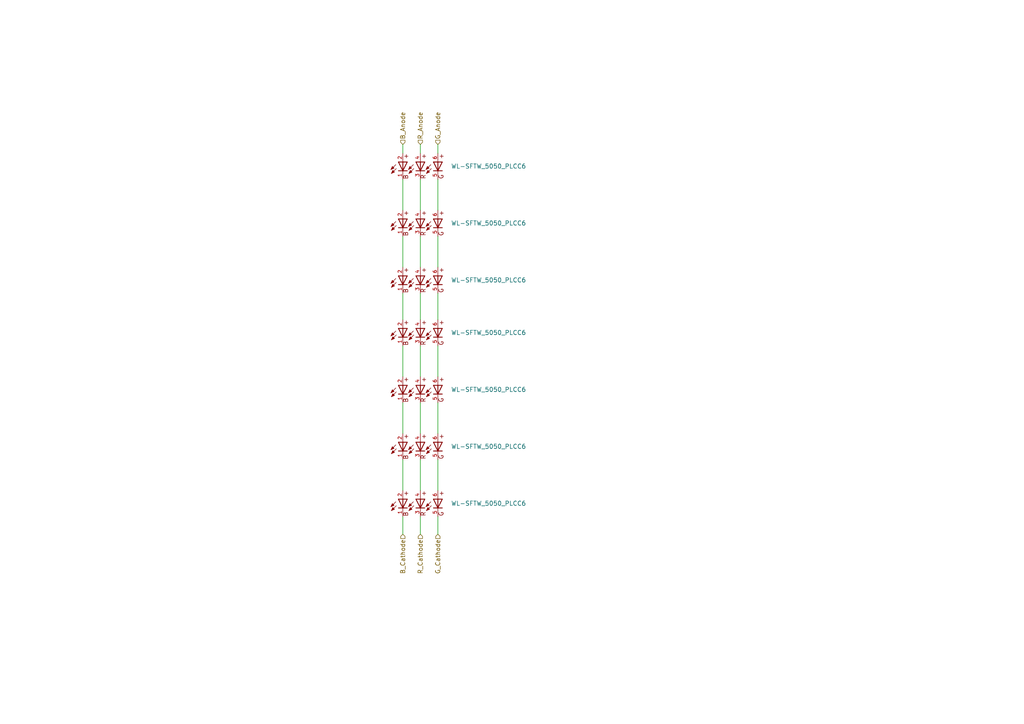
<source format=kicad_sch>
(kicad_sch (version 20250114) (generator "eeschema") (generator_version "9.0")
  (paper "A4")
  (lib_symbols
    (symbol "WL-SFTW_5050_PLCC6:WL-SFTW_5050_PLCC6" (pin_names (offset 1.016))
      (property "Reference" "D" (at 1.012 9.322 0))
      (property "Value" "WL-SFTW_5050_PLCC6" (at -1.216 -8.392 0))
      (symbol "WL-SFTW_5050_PLCC6_0_0"
        (polyline (pts (xy -0.762 8.382) (xy 0.127 8.001) (xy -0.381 7.493) (xy -0.762 8.382)) (stroke (width 0.1524)) (fill (type outline)))
        (polyline (pts (xy -0.762 3.302) (xy 0.127 2.921) (xy -0.381 2.413) (xy -0.762 3.302)) (stroke (width 0.1524)) (fill (type outline)))
        (polyline (pts (xy -0.762 -1.778) (xy 0.127 -2.159) (xy -0.381 -2.667) (xy -0.762 -1.778)) (stroke (width 0.1524)) (fill (type outline)))
        (polyline (pts (xy 0 5.08) (xy 0 6.35)) (stroke (width 0.254)))
        (polyline (pts (xy 0 5.08) (xy 2.54 6.35)) (stroke (width 0.254)))
        (polyline (pts (xy 0 3.81) (xy 0 5.08)) (stroke (width 0.254)))
        (polyline (pts (xy 0 0) (xy 0 1.27)) (stroke (width 0.254)))
        (polyline (pts (xy 0 0) (xy 2.54 1.27)) (stroke (width 0.254)))
        (polyline (pts (xy 0 -1.27) (xy 0 0)) (stroke (width 0.254)))
        (polyline (pts (xy 0 -5.08) (xy 0 -3.81)) (stroke (width 0.254)))
        (polyline (pts (xy 0 -5.08) (xy 2.54 -3.81)) (stroke (width 0.254)))
        (polyline (pts (xy 0 -6.35) (xy 0 -5.08)) (stroke (width 0.254)))
        (polyline (pts (xy 0.381 8.509) (xy 1.27 8.128) (xy 0.762 7.62) (xy 0.381 8.509)) (stroke (width 0.1524)) (fill (type outline)))
        (polyline (pts (xy 0.381 3.429) (xy 1.27 3.048) (xy 0.762 2.54) (xy 0.381 3.429)) (stroke (width 0.1524)) (fill (type outline)))
        (polyline (pts (xy 0.381 -1.651) (xy 1.27 -2.032) (xy 0.762 -2.54) (xy 0.381 -1.651)) (stroke (width 0.1524)) (fill (type outline)))
        (polyline (pts (xy 0.635 6.985) (xy -0.762 8.382)) (stroke (width 0.1524)))
        (polyline (pts (xy 0.635 1.905) (xy -0.762 3.302)) (stroke (width 0.1524)))
        (polyline (pts (xy 0.635 -3.175) (xy -0.762 -1.778)) (stroke (width 0.1524)))
        (polyline (pts (xy 1.778 7.112) (xy 0.381 8.509)) (stroke (width 0.1524)))
        (polyline (pts (xy 1.778 2.032) (xy 0.381 3.429)) (stroke (width 0.1524)))
        (polyline (pts (xy 1.778 -3.048) (xy 0.381 -1.651)) (stroke (width 0.1524)))
        (polyline (pts (xy 2.54 5.08) (xy 0 5.08)) (stroke (width 0.254)))
        (polyline (pts (xy 2.54 5.08) (xy 2.54 6.35)) (stroke (width 0.254)))
        (polyline (pts (xy 2.54 3.81) (xy 0 5.08)) (stroke (width 0.254)))
        (polyline (pts (xy 2.54 3.81) (xy 2.54 5.08)) (stroke (width 0.254)))
        (polyline (pts (xy 2.54 0) (xy 0 0)) (stroke (width 0.254)))
        (polyline (pts (xy 2.54 0) (xy 2.54 1.27)) (stroke (width 0.254)))
        (polyline (pts (xy 2.54 -1.27) (xy 0 0)) (stroke (width 0.254)))
        (polyline (pts (xy 2.54 -1.27) (xy 2.54 0)) (stroke (width 0.254)))
        (polyline (pts (xy 2.54 -5.08) (xy 0 -5.08)) (stroke (width 0.254)))
        (polyline (pts (xy 2.54 -5.08) (xy 2.54 -3.81)) (stroke (width 0.254)))
        (polyline (pts (xy 2.54 -6.35) (xy 0 -5.08)) (stroke (width 0.254)))
        (polyline (pts (xy 2.54 -6.35) (xy 2.54 -5.08)) (stroke (width 0.254)))
        (text "B" (at -2.51 3.472 0) (effects (font (size 1.27 1.27)) (justify left bottom)))
        (text "R" (at -2.45 -1.598 0) (effects (font (size 1.27 1.27)) (justify left bottom)))
        (text "G" (at -2.45 -6.768 0) (effects (font (size 1.27 1.27)) (justify left bottom)))
        (text "+" (at 3.334 3.434 0) (effects (font (size 1.27 1.27)) (justify left bottom)))
        (text "+" (at 3.334 -1.726 0) (effects (font (size 1.27 1.27)) (justify left bottom)))
        (text "+" (at 3.334 -6.826 0) (effects (font (size 1.27 1.27)) (justify left bottom)))
        (pin passive line (at -2.54 5.08 0) (length 2.54) (name "~") (number "1"))
        (pin passive line (at -2.54 0 0) (length 2.54) (name "~") (number "3"))
        (pin passive line (at -2.54 -5.08 0) (length 2.54) (name "~") (number "5"))
        (pin passive line (at 5.08 5.08 180) (length 2.54) (name "~") (number "2"))
        (pin passive line (at 5.08 0 180) (length 2.54) (name "~") (number "4"))
        (pin passive line (at 5.08 -5.08 180) (length 2.54) (name "~") (number "6"))
      )
    )
  )
  (wire (pts (xy 127 41.91) (xy 127 44.45)))
  (wire (pts (xy 127 154.94) (xy 127 149.86)))
  (wire (pts (xy 116.84 116.84) (xy 116.84 125.73)))
  (wire (pts (xy 127 133.35) (xy 127 142.24)))
  (wire (pts (xy 116.84 68.58) (xy 116.84 77.47)))
  (wire (pts (xy 121.92 41.91) (xy 121.92 44.45)))
  (wire (pts (xy 116.84 41.91) (xy 116.84 44.45)))
  (wire (pts (xy 121.92 68.58) (xy 121.92 77.47)))
  (wire (pts (xy 127 85.09) (xy 127 92.71)))
  (wire (pts (xy 116.84 100.33) (xy 116.84 109.22)))
  (wire (pts (xy 121.92 52.07) (xy 121.92 60.96)))
  (wire (pts (xy 116.84 133.35) (xy 116.84 142.24)))
  (wire (pts (xy 127 100.33) (xy 127 109.22)))
  (wire (pts (xy 116.84 52.07) (xy 116.84 60.96)))
  (wire (pts (xy 121.92 100.33) (xy 121.92 109.22)))
  (wire (pts (xy 116.84 85.09) (xy 116.84 92.71)))
  (wire (pts (xy 121.92 154.94) (xy 121.92 149.86)))
  (wire (pts (xy 121.92 85.09) (xy 121.92 92.71)))
  (wire (pts (xy 127 52.07) (xy 127 60.96)))
  (wire (pts (xy 121.92 133.35) (xy 121.92 142.24)))
  (wire (pts (xy 121.92 116.84) (xy 121.92 125.73)))
  (wire (pts (xy 127 68.58) (xy 127 77.47)))
  (wire (pts (xy 127 116.84) (xy 127 125.73)))
  (wire (pts (xy 116.84 154.94) (xy 116.84 149.86)))
  (hierarchical_label "R_Cathode" (shape input) (at 121.92 154.94 270))
  (hierarchical_label "G_Anode" (shape input) (at 127 41.91 90))
  (hierarchical_label "R_Anode" (shape input) (at 121.92 41.91 90))
  (hierarchical_label "B_Cathode" (shape input) (at 116.84 154.94 270))
  (hierarchical_label "G_Cathode" (shape input) (at 127 154.94 270))
  (hierarchical_label "B_Anode" (shape input) (at 116.84 41.91 90))
  (symbol (lib_id "WL-SFTW_5050_PLCC6:WL-SFTW_5050_PLCC6") (at 121.92 82.55 90) (unit 1)
    (property "Reference" "D3" (effects (hide yes)))
    (property "Value" "WL-SFTW_5050_PLCC6" (at 130.81 81.2405 90) (effects (justify right)))
    (property "Footprint" "WL-SFTW_5050_PLCC6:WL-SFTW_5050_PLCC6" (effects (hide yes)))
    (property "MF" "Würth Elektronik" (effects (hide yes)))
    (property "Description_1" "Red, Green, Blue (RGB) 625nm Red, 520nm Green, 470nm Blue LED Indication - Discrete 2V Red, 3.2V Green, 3.2V Blue 6-SMD, J-Lead" (effects (hide yes)))
    (property "Package" "SMD-6 Würth Elektronik" (effects (hide yes)))
    (property "Price" "None" (effects (hide yes)))
    (property "SnapEDA_Link" "https://www.snapeda.com/parts/150505M173300/W%25C3%25BCrth+Elektronik+Midcom/view-part/?ref=snap" (effects (hide yes)))
    (property "MP" "150505M173300" (effects (hide yes)))
    (property "Availability" "In Stock" (effects (hide yes)))
    (property "Check_prices" "https://www.snapeda.com/parts/150505M173300/W%25C3%25BCrth+Elektronik+Midcom/view-part/?ref=eda" (effects (hide yes)))
  )
  (symbol (lib_id "WL-SFTW_5050_PLCC6:WL-SFTW_5050_PLCC6") (at 121.92 147.32 90) (unit 1)
    (property "Reference" "D7" (effects (hide yes)))
    (property "Value" "WL-SFTW_5050_PLCC6" (at 130.81 146.0105 90) (effects (justify right)))
    (property "Footprint" "WL-SFTW_5050_PLCC6:WL-SFTW_5050_PLCC6" (effects (hide yes)))
    (property "MF" "Würth Elektronik" (effects (hide yes)))
    (property "Description_1" "Red, Green, Blue (RGB) 625nm Red, 520nm Green, 470nm Blue LED Indication - Discrete 2V Red, 3.2V Green, 3.2V Blue 6-SMD, J-Lead" (effects (hide yes)))
    (property "Package" "SMD-6 Würth Elektronik" (effects (hide yes)))
    (property "Price" "None" (effects (hide yes)))
    (property "SnapEDA_Link" "https://www.snapeda.com/parts/150505M173300/W%25C3%25BCrth+Elektronik+Midcom/view-part/?ref=snap" (effects (hide yes)))
    (property "MP" "150505M173300" (effects (hide yes)))
    (property "Availability" "In Stock" (effects (hide yes)))
    (property "Check_prices" "https://www.snapeda.com/parts/150505M173300/W%25C3%25BCrth+Elektronik+Midcom/view-part/?ref=eda" (effects (hide yes)))
  )
  (symbol (lib_id "WL-SFTW_5050_PLCC6:WL-SFTW_5050_PLCC6") (at 121.92 114.3 90) (unit 1)
    (property "Reference" "D5" (effects (hide yes)))
    (property "Value" "WL-SFTW_5050_PLCC6" (at 130.81 112.9905 90) (effects (justify right)))
    (property "Footprint" "WL-SFTW_5050_PLCC6:WL-SFTW_5050_PLCC6" (effects (hide yes)))
    (property "MF" "Würth Elektronik" (effects (hide yes)))
    (property "Description_1" "Red, Green, Blue (RGB) 625nm Red, 520nm Green, 470nm Blue LED Indication - Discrete 2V Red, 3.2V Green, 3.2V Blue 6-SMD, J-Lead" (effects (hide yes)))
    (property "Package" "SMD-6 Würth Elektronik" (effects (hide yes)))
    (property "Price" "None" (effects (hide yes)))
    (property "SnapEDA_Link" "https://www.snapeda.com/parts/150505M173300/W%25C3%25BCrth+Elektronik+Midcom/view-part/?ref=snap" (effects (hide yes)))
    (property "MP" "150505M173300" (effects (hide yes)))
    (property "Availability" "In Stock" (effects (hide yes)))
    (property "Check_prices" "https://www.snapeda.com/parts/150505M173300/W%25C3%25BCrth+Elektronik+Midcom/view-part/?ref=eda" (effects (hide yes)))
  )
  (symbol (lib_id "WL-SFTW_5050_PLCC6:WL-SFTW_5050_PLCC6") (at 121.92 97.79 90) (unit 1)
    (property "Reference" "D4" (effects (hide yes)))
    (property "Value" "WL-SFTW_5050_PLCC6" (at 130.81 96.4805 90) (effects (justify right)))
    (property "Footprint" "WL-SFTW_5050_PLCC6:WL-SFTW_5050_PLCC6" (effects (hide yes)))
    (property "MF" "Würth Elektronik" (effects (hide yes)))
    (property "Description_1" "Red, Green, Blue (RGB) 625nm Red, 520nm Green, 470nm Blue LED Indication - Discrete 2V Red, 3.2V Green, 3.2V Blue 6-SMD, J-Lead" (effects (hide yes)))
    (property "Package" "SMD-6 Würth Elektronik" (effects (hide yes)))
    (property "Price" "None" (effects (hide yes)))
    (property "SnapEDA_Link" "https://www.snapeda.com/parts/150505M173300/W%25C3%25BCrth+Elektronik+Midcom/view-part/?ref=snap" (effects (hide yes)))
    (property "MP" "150505M173300" (effects (hide yes)))
    (property "Availability" "In Stock" (effects (hide yes)))
    (property "Check_prices" "https://www.snapeda.com/parts/150505M173300/W%25C3%25BCrth+Elektronik+Midcom/view-part/?ref=eda" (effects (hide yes)))
  )
  (symbol (lib_id "WL-SFTW_5050_PLCC6:WL-SFTW_5050_PLCC6") (at 121.92 130.81 90) (unit 1)
    (property "Reference" "D6" (effects (hide yes)))
    (property "Value" "WL-SFTW_5050_PLCC6" (at 130.81 129.5005 90) (effects (justify right)))
    (property "Footprint" "WL-SFTW_5050_PLCC6:WL-SFTW_5050_PLCC6" (effects (hide yes)))
    (property "MF" "Würth Elektronik" (effects (hide yes)))
    (property "Description_1" "Red, Green, Blue (RGB) 625nm Red, 520nm Green, 470nm Blue LED Indication - Discrete 2V Red, 3.2V Green, 3.2V Blue 6-SMD, J-Lead" (effects (hide yes)))
    (property "Package" "SMD-6 Würth Elektronik" (effects (hide yes)))
    (property "Price" "None" (effects (hide yes)))
    (property "SnapEDA_Link" "https://www.snapeda.com/parts/150505M173300/W%25C3%25BCrth+Elektronik+Midcom/view-part/?ref=snap" (effects (hide yes)))
    (property "MP" "150505M173300" (effects (hide yes)))
    (property "Availability" "In Stock" (effects (hide yes)))
    (property "Check_prices" "https://www.snapeda.com/parts/150505M173300/W%25C3%25BCrth+Elektronik+Midcom/view-part/?ref=eda" (effects (hide yes)))
  )
  (symbol (lib_id "WL-SFTW_5050_PLCC6:WL-SFTW_5050_PLCC6") (at 121.92 49.53 90) (unit 1)
    (property "Reference" "D1" (effects (hide yes)))
    (property "Value" "WL-SFTW_5050_PLCC6" (at 130.81 48.2205 90) (effects (justify right)))
    (property "Footprint" "WL-SFTW_5050_PLCC6:WL-SFTW_5050_PLCC6" (effects (hide yes)))
    (property "MF" "Würth Elektronik" (effects (hide yes)))
    (property "Description_1" "Red, Green, Blue (RGB) 625nm Red, 520nm Green, 470nm Blue LED Indication - Discrete 2V Red, 3.2V Green, 3.2V Blue 6-SMD, J-Lead" (effects (hide yes)))
    (property "Package" "SMD-6 Würth Elektronik" (effects (hide yes)))
    (property "Price" "None" (effects (hide yes)))
    (property "SnapEDA_Link" "https://www.snapeda.com/parts/150505M173300/W%25C3%25BCrth+Elektronik+Midcom/view-part/?ref=snap" (effects (hide yes)))
    (property "MP" "150505M173300" (effects (hide yes)))
    (property "Availability" "In Stock" (effects (hide yes)))
    (property "Check_prices" "https://www.snapeda.com/parts/150505M173300/W%25C3%25BCrth+Elektronik+Midcom/view-part/?ref=eda" (effects (hide yes)))
  )
  (symbol (lib_id "WL-SFTW_5050_PLCC6:WL-SFTW_5050_PLCC6") (at 121.92 66.04 90) (unit 1)
    (property "Reference" "D2" (effects (hide yes)))
    (property "Value" "WL-SFTW_5050_PLCC6" (at 130.81 64.7305 90) (effects (justify right)))
    (property "Footprint" "WL-SFTW_5050_PLCC6:WL-SFTW_5050_PLCC6" (effects (hide yes)))
    (property "MF" "Würth Elektronik" (effects (hide yes)))
    (property "Description_1" "Red, Green, Blue (RGB) 625nm Red, 520nm Green, 470nm Blue LED Indication - Discrete 2V Red, 3.2V Green, 3.2V Blue 6-SMD, J-Lead" (effects (hide yes)))
    (property "Package" "SMD-6 Würth Elektronik" (effects (hide yes)))
    (property "Price" "None" (effects (hide yes)))
    (property "SnapEDA_Link" "https://www.snapeda.com/parts/150505M173300/W%25C3%25BCrth+Elektronik+Midcom/view-part/?ref=snap" (effects (hide yes)))
    (property "MP" "150505M173300" (effects (hide yes)))
    (property "Availability" "In Stock" (effects (hide yes)))
    (property "Check_prices" "https://www.snapeda.com/parts/150505M173300/W%25C3%25BCrth+Elektronik+Midcom/view-part/?ref=eda" (effects (hide yes)))
  )
)
</source>
